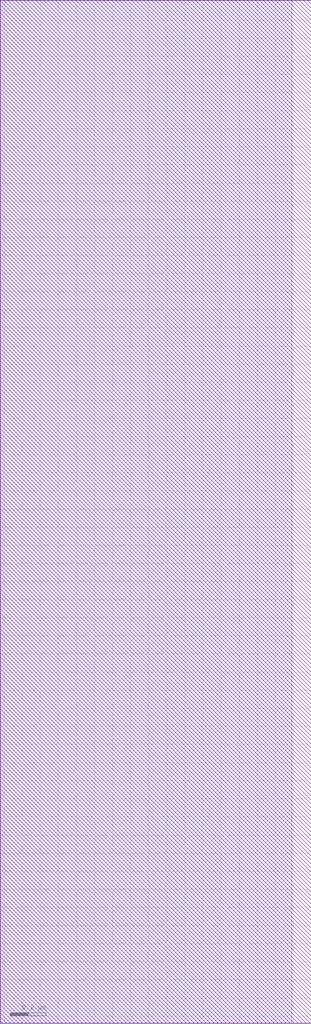
<source format=lef>
VERSION 5.7 ;
  NOWIREEXTENSIONATPIN ON ;
  DIVIDERCHAR "/" ;
  BUSBITCHARS "[]" ;
UNITS
  DATABASE MICRONS 200 ;
END UNITS

LAYER via2
  TYPE CUT ;
END via2

LAYER via
  TYPE CUT ;
END via

LAYER nwell
  TYPE MASTERSLICE ;
END nwell

LAYER via3
  TYPE CUT ;
END via3

LAYER pwell
  TYPE MASTERSLICE ;
END pwell

LAYER via4
  TYPE CUT ;
END via4

LAYER mcon
  TYPE CUT ;
END mcon

LAYER met6
  TYPE ROUTING ;
  WIDTH 0.030000 ;
  SPACING 0.040000 ;
  DIRECTION HORIZONTAL ;
END met6

LAYER met1
  TYPE ROUTING ;
  WIDTH 0.140000 ;
  SPACING 0.140000 ;
  DIRECTION HORIZONTAL ;
END met1

LAYER met3
  TYPE ROUTING ;
  WIDTH 0.300000 ;
  SPACING 0.300000 ;
  DIRECTION HORIZONTAL ;
END met3

LAYER met2
  TYPE ROUTING ;
  WIDTH 0.140000 ;
  SPACING 0.140000 ;
  DIRECTION HORIZONTAL ;
END met2

LAYER met4
  TYPE ROUTING ;
  WIDTH 0.300000 ;
  SPACING 0.300000 ;
  DIRECTION HORIZONTAL ;
END met4

LAYER met5
  TYPE ROUTING ;
  WIDTH 1.600000 ;
  SPACING 1.600000 ;
  DIRECTION HORIZONTAL ;
END met5

LAYER li1
  TYPE ROUTING ;
  WIDTH 0.170000 ;
  SPACING 0.170000 ;
  DIRECTION HORIZONTAL ;
END li1

MACRO sky130_hilas_DAC6TransistorStack01a
  CLASS BLOCK ;
  FOREIGN sky130_hilas_DAC6TransistorStack01a ;
  ORIGIN -0.280 1.740 ;
  SIZE 1.720 BY 5.650 ;
  OBS
      LAYER nwell ;
        RECT 0.280 -1.740 1.890 3.910 ;
  END
END sky130_hilas_DAC6TransistorStack01a
END LIBRARY


</source>
